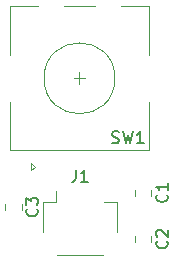
<source format=gbr>
G04 #@! TF.GenerationSoftware,KiCad,Pcbnew,5.0.2-5.fc29*
G04 #@! TF.CreationDate,2019-02-27T20:31:01+01:00*
G04 #@! TF.ProjectId,zynthian_controller_single2_smd_sh,7a796e74-6869-4616-9e5f-636f6e74726f,rev?*
G04 #@! TF.SameCoordinates,Original*
G04 #@! TF.FileFunction,Legend,Top*
G04 #@! TF.FilePolarity,Positive*
%FSLAX46Y46*%
G04 Gerber Fmt 4.6, Leading zero omitted, Abs format (unit mm)*
G04 Created by KiCad (PCBNEW 5.0.2-5.fc29) date mié 27 feb 2019 20:31:01 CET*
%MOMM*%
%LPD*%
G01*
G04 APERTURE LIST*
%ADD10C,0.120000*%
%ADD11C,0.150000*%
G04 APERTURE END LIST*
D10*
G04 #@! TO.C,SW1*
X159424000Y-103675800D02*
G75*
G03X159424000Y-103675800I-3000000J0D01*
G01*
X150524000Y-101675800D02*
X150524000Y-97575800D01*
X162324000Y-97575800D02*
X162324000Y-101675800D01*
X162324000Y-105675800D02*
X162324000Y-109775800D01*
X150524000Y-105675800D02*
X150524000Y-109775800D01*
X150524000Y-109775800D02*
X162324000Y-109775800D01*
X152624000Y-111175800D02*
X152324000Y-111475800D01*
X152324000Y-111475800D02*
X152324000Y-110875800D01*
X152324000Y-110875800D02*
X152624000Y-111175800D01*
X150524000Y-97575800D02*
X152924000Y-97575800D01*
X155124000Y-97575800D02*
X157724000Y-97575800D01*
X159924000Y-97575800D02*
X162324000Y-97575800D01*
X155924000Y-103675800D02*
X156924000Y-103675800D01*
X156424000Y-104175800D02*
X156424000Y-103175800D01*
G04 #@! TO.C,C1*
X161088000Y-113088922D02*
X161088000Y-113606078D01*
X162508000Y-113088922D02*
X162508000Y-113606078D01*
G04 #@! TO.C,C2*
X161088000Y-117025922D02*
X161088000Y-117543078D01*
X162508000Y-117025922D02*
X162508000Y-117543078D01*
G04 #@! TO.C,C3*
X150102500Y-114295422D02*
X150102500Y-114812578D01*
X151522500Y-114295422D02*
X151522500Y-114812578D01*
G04 #@! TO.C,J1*
X154524000Y-118636000D02*
X158404000Y-118636000D01*
X159574000Y-114166000D02*
X158524000Y-114166000D01*
X159574000Y-116666000D02*
X159574000Y-114166000D01*
X154404000Y-114166000D02*
X154404000Y-113176000D01*
X153354000Y-114166000D02*
X154404000Y-114166000D01*
X153354000Y-116666000D02*
X153354000Y-114166000D01*
G04 #@! TO.C,SW1*
D11*
X159194666Y-109116761D02*
X159337523Y-109164380D01*
X159575619Y-109164380D01*
X159670857Y-109116761D01*
X159718476Y-109069142D01*
X159766095Y-108973904D01*
X159766095Y-108878666D01*
X159718476Y-108783428D01*
X159670857Y-108735809D01*
X159575619Y-108688190D01*
X159385142Y-108640571D01*
X159289904Y-108592952D01*
X159242285Y-108545333D01*
X159194666Y-108450095D01*
X159194666Y-108354857D01*
X159242285Y-108259619D01*
X159289904Y-108212000D01*
X159385142Y-108164380D01*
X159623238Y-108164380D01*
X159766095Y-108212000D01*
X160099428Y-108164380D02*
X160337523Y-109164380D01*
X160528000Y-108450095D01*
X160718476Y-109164380D01*
X160956571Y-108164380D01*
X161861333Y-109164380D02*
X161289904Y-109164380D01*
X161575619Y-109164380D02*
X161575619Y-108164380D01*
X161480380Y-108307238D01*
X161385142Y-108402476D01*
X161289904Y-108450095D01*
G04 #@! TO.C,C1*
X163805142Y-113514166D02*
X163852761Y-113561785D01*
X163900380Y-113704642D01*
X163900380Y-113799880D01*
X163852761Y-113942738D01*
X163757523Y-114037976D01*
X163662285Y-114085595D01*
X163471809Y-114133214D01*
X163328952Y-114133214D01*
X163138476Y-114085595D01*
X163043238Y-114037976D01*
X162948000Y-113942738D01*
X162900380Y-113799880D01*
X162900380Y-113704642D01*
X162948000Y-113561785D01*
X162995619Y-113514166D01*
X163900380Y-112561785D02*
X163900380Y-113133214D01*
X163900380Y-112847500D02*
X162900380Y-112847500D01*
X163043238Y-112942738D01*
X163138476Y-113037976D01*
X163186095Y-113133214D01*
G04 #@! TO.C,C2*
X163805142Y-117451166D02*
X163852761Y-117498785D01*
X163900380Y-117641642D01*
X163900380Y-117736880D01*
X163852761Y-117879738D01*
X163757523Y-117974976D01*
X163662285Y-118022595D01*
X163471809Y-118070214D01*
X163328952Y-118070214D01*
X163138476Y-118022595D01*
X163043238Y-117974976D01*
X162948000Y-117879738D01*
X162900380Y-117736880D01*
X162900380Y-117641642D01*
X162948000Y-117498785D01*
X162995619Y-117451166D01*
X162995619Y-117070214D02*
X162948000Y-117022595D01*
X162900380Y-116927357D01*
X162900380Y-116689261D01*
X162948000Y-116594023D01*
X162995619Y-116546404D01*
X163090857Y-116498785D01*
X163186095Y-116498785D01*
X163328952Y-116546404D01*
X163900380Y-117117833D01*
X163900380Y-116498785D01*
G04 #@! TO.C,C3*
X152819642Y-114720666D02*
X152867261Y-114768285D01*
X152914880Y-114911142D01*
X152914880Y-115006380D01*
X152867261Y-115149238D01*
X152772023Y-115244476D01*
X152676785Y-115292095D01*
X152486309Y-115339714D01*
X152343452Y-115339714D01*
X152152976Y-115292095D01*
X152057738Y-115244476D01*
X151962500Y-115149238D01*
X151914880Y-115006380D01*
X151914880Y-114911142D01*
X151962500Y-114768285D01*
X152010119Y-114720666D01*
X151914880Y-114387333D02*
X151914880Y-113768285D01*
X152295833Y-114101619D01*
X152295833Y-113958761D01*
X152343452Y-113863523D01*
X152391071Y-113815904D01*
X152486309Y-113768285D01*
X152724404Y-113768285D01*
X152819642Y-113815904D01*
X152867261Y-113863523D01*
X152914880Y-113958761D01*
X152914880Y-114244476D01*
X152867261Y-114339714D01*
X152819642Y-114387333D01*
G04 #@! TO.C,J1*
X156130666Y-111423380D02*
X156130666Y-112137666D01*
X156083047Y-112280523D01*
X155987809Y-112375761D01*
X155844952Y-112423380D01*
X155749714Y-112423380D01*
X157130666Y-112423380D02*
X156559238Y-112423380D01*
X156844952Y-112423380D02*
X156844952Y-111423380D01*
X156749714Y-111566238D01*
X156654476Y-111661476D01*
X156559238Y-111709095D01*
G04 #@! TD*
M02*

</source>
